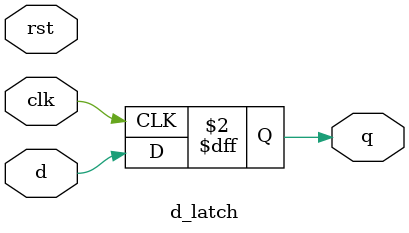
<source format=v>
`timescale 1ns / 1ps
module d_latch(
    input d,
    input clk,
    input rst,
    output reg q
    );
always @(posedge clk)
begin 
	if(clk)
	q <=d;
end

endmodule

</source>
